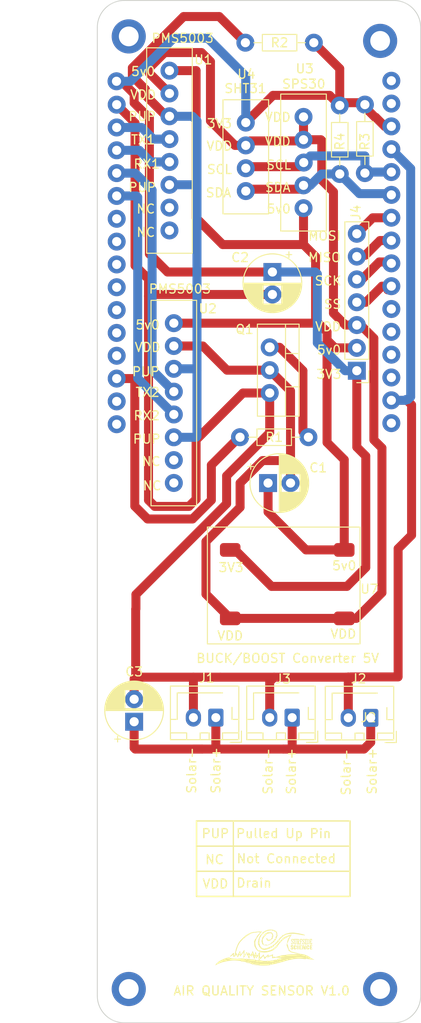
<source format=kicad_pcb>
(kicad_pcb (version 20211014) (generator pcbnew)
  (layers (0 "F.Cu" signal) (31 "B.Cu" signal) (34 "B.Paste" user) (35 "F.Paste" user) (36 "B.SilkS" user "B.Silkscreen") (37 "F.SilkS" user "F.Silkscreen") (38 "B.Mask" user) (39 "F.Mask" user) (44 "Edge.Cuts" user))
  (net 0 "")
  (net 1 "Net-(Q1-Pad1)")
  (net 2 "VDD2")
  (net 3 "GND")
  (net 12 "SCL")
  (net 16 "TX1")
  (net 17 "RX1")
  (net 18 "TX2")
  (net 19 "RX2")
  (net 25 "5V0")
  (net 26 "PULLUP_1")
  (net 31 "SDA")
  (net 32 "3V3")
  (net 33 "Solar_IN")
  (net 34 "SPI_SS")
  (net 35 "SPI_SCK")
  (net 36 "SPI_MISO")
  (net 37 "SPI_MOSI")
  (net 38 "VDD_EN")
  (footprint "Connector_JST:JST_XH_B2B-XH-AM_1x02_P2.50mm_Vertical" (layer "F.Cu") (at 238.95 104.825 180)
    (fp_text reference "J2" (at 0.25 0.025) (layer "F.SilkS"))
    (fp_text value "Conn_01x02_Male")
    (fp_text user "${REFERENCE}" (at 1.35 4.35) (layer "F.SilkS"))
    (pad "" np_thru_hole circle (at -1.6 2 180) (size 1.2 1.2) (drill 1.2) (layers *.Cu *.Mask))
    (pad "1" thru_hole roundrect (at 0 0 180) (size 1.7 2) (drill 1) (layers *.Cu *.Mask) (roundrect_rratio 0.1470588235) (net 33 "Solar_IN"))
    (pad "2" thru_hole oval (at 2.5 0 180) (size 1.7 2) (drill 1) (layers *.Cu *.Mask) (net 3 "GND"))
  )
  (footprint "Surfside Science:Buck_Boost_Converter" (layer "F.Cu") (at 230.92 93.76)
    (fp_text reference "U7" (at 7.88 -3.26 unlocked) (layer "F.SilkS"))
    (fp_text value "Buck/Boost_Converter")
    (pad "1" smd roundrect (at -7.62 -7.62) (size 2.286 1.524) (layers "F.Cu" "F.Paste" "F.Mask") (net 32 "3V3"))
    (pad "2" smd roundrect (at -7.62 0 180) (size 2.286 1.524) (layers "F.Cu" "F.Paste" "F.Mask") (net 2 "VDD2"))
    (pad "3" smd roundrect (at 5.08 -7.62 180) (size 2.286 1.524) (layers "F.Cu" "F.Paste" "F.Mask") (net 25 "5V0"))
    (pad "4" smd roundrect (at 5.08 0 180) (size 2.286 1.524) (layers "F.Cu" "F.Paste" "F.Mask") (net 2 "VDD2"))
  )
  (footprint "" (layer "F.Cu") (at 240 135)
    (fp_text reference "" (at 0 0) (layer "F.SilkS") (effects (font (size 1.27 1.27))))
    (fp_text value "" (at 0 0) (layer "F.SilkS") (effects (font (size 1.27 1.27))))
    (pad "1" thru_hole circle (at 0 0) (size 3.8 3.8) (drill 2.2) (layers *.Cu *.Mask))
  )
  (footprint "Surfside Science:PMS5003" (layer "F.Cu") (at 221.615 37.89 -90)
    (fp_text reference "U1" (at -6.29 1.315 unlocked) (layer "F.SilkS"))
    (fp_text value "PMS5003")
    (pad "1" thru_hole circle (at -5.08 5.08 90) (size 2 2) (drill 1.02) (layers *.Cu *.Mask) (net 25 "5V0"))
    (pad "2" thru_hole circle (at -2.54 5.08 90) (size 2 2) (drill 1.02) (layers *.Cu *.Mask) (net 2 "VDD2"))
    (pad "3" thru_hole circle (at 0 5.08 90) (size 2 2) (drill 1.02) (layers *.Cu *.Mask) (net 26 "PULLUP_1"))
    (pad "4" thru_hole circle (at 2.54 5.08 90) (size 2 2) (drill 1.02) (layers *.Cu *.Mask) (net 16 "TX1"))
    (pad "5" thru_hole circle (at 5.08 5.08 90) (size 2 2) (drill 1.02) (layers *.Cu *.Mask) (net 17 "RX1"))
    (pad "6" thru_hole circle (at 7.62 5.08 90) (size 2 2) (drill 1.02) (layers *.Cu *.Mask) (net 26 "PULLUP_1"))
    (pad "7" thru_hole circle (at 10.16 5.08 90) (size 2 2) (drill 1.02) (layers *.Cu *.Mask))
    (pad "8" thru_hole circle (at 12.7 5.08 90) (size 2 2) (drill 1.02) (layers *.Cu *.Mask))
  )
  (footprint "Surfside Science:surfside science logo" (layer "F.Cu") (at 221.180413 132.76517)
    (fp_text reference "REF**" hide)
    (fp_text value "surfside science logo")
    (fp_text user "AIR QUALITY SENSOR V1.0" (at 5.619587 2.43483 unlocked) (layer "F.SilkS"))
  )
  (footprint "Capacitor_THT:CP_Radial_D6.3mm_P2.50mm" (layer "F.Cu") (at 227.517621 78.7)
    (fp_text reference "C1" (at 5.582379 -1.7) (layer "F.SilkS"))
    (fp_text value "C_Polarized_US")
    (pad "1" thru_hole rect (at 0 0) (size 2 2) (drill 1.02) (layers *.Cu *.Mask) (net 25 "5V0"))
    (pad "2" thru_hole circle (at 2.5 0) (size 2 2) (drill 1.02) (layers *.Cu *.Mask) (net 2 "VDD2"))
  )
  (footprint "Resistor_THT:R_Axial_DIN0204_L3.6mm_D1.6mm_P7.62mm_Horizontal" (layer "F.Cu") (at 224.39 73.6)
    (fp_text reference "R1" (at 3.81 0) (layer "F.SilkS"))
    (fp_text value "1K")
    (pad "1" thru_hole circle (at 0 0) (size 2 2) (drill 1.02) (layers *.Cu *.Mask) (net 38 "VDD_EN"))
    (pad "2" thru_hole oval (at 7.62 0) (size 2 2) (drill 1.02) (layers *.Cu *.Mask) (net 1 "Net-(Q1-Pad1)"))
  )
  (footprint "Surfside Science:SHT31" (layer "F.Cu") (at 230.115 43.67 -90)
    (fp_text reference "U4" (at -10.47 5.015 unlocked) (layer "F.SilkS"))
    (fp_text value "SHT31")
    (pad "1" thru_hole circle (at -5.08 5.08 90) (size 2 2) (drill 1.02) (layers *.Cu *.Mask) (net 32 "3V3"))
    (pad "2" thru_hole circle (at -2.54 5.08 90) (size 2 2) (drill 1.02) (layers *.Cu *.Mask) (net 2 "VDD2"))
    (pad "3" thru_hole circle (at 0 5.08 90) (size 2 2) (drill 1.02) (layers *.Cu *.Mask) (net 12 "SCL"))
    (pad "4" thru_hole circle (at 2.54 5.08 90) (size 2 2) (drill 1.02) (layers *.Cu *.Mask) (net 31 "SDA"))
  )
  (footprint "Resistor_THT:R_Axial_DIN0204_L3.6mm_D1.6mm_P7.62mm_Horizontal" (layer "F.Cu") (at 235.5 36.69 -90)
    (fp_text reference "R4" (at 4.01 0 90) (layer "F.SilkS"))
    (fp_text value "10K")
    (pad "1" thru_hole circle (at 0 0 270) (size 2 2) (drill 1.02) (layers *.Cu *.Mask) (net 32 "3V3"))
    (pad "2" thru_hole oval (at 7.62 0 270) (size 2 2) (drill 1.02) (layers *.Cu *.Mask) (net 31 "SDA"))
  )
  (footprint "Package_TO_SOT_THT:TO-220-3_Vertical" (layer "F.Cu") (at 227.7 63.6 -90)
    (fp_text reference "Q1" (at -2 2.8) (layer "F.SilkS"))
    (fp_text value "IRLB8721PBF")
    (pad "1" thru_hole circle (at 0 0 270) (size 2 2) (drill 1.1) (layers *.Cu *.Mask) (net 1 "Net-(Q1-Pad1)"))
    (pad "2" thru_hole circle (at 2.54 0 270) (size 2 2) (drill 1.02) (layers *.Cu *.Mask) (net 2 "VDD2"))
    (pad "3" thru_hole circle (at 5.08 0 270) (size 2 2) (drill 1.02) (layers *.Cu *.Mask) (net 3 "GND"))
  )
  (footprint "Resistor_THT:R_Axial_DIN0204_L3.6mm_D1.6mm_P7.62mm_Horizontal" (layer "F.Cu") (at 238.3 44.21 90)
    (fp_text reference "R3" (at 3.5 -0.01 90) (layer "F.SilkS"))
    (fp_text value "10K")
    (pad "1" thru_hole circle (at 0 0 90) (size 2 2) (drill 1.02) (layers *.Cu *.Mask) (net 12 "SCL"))
    (pad "2" thru_hole oval (at 7.62 0 90) (size 2 2) (drill 1.02) (layers *.Cu *.Mask) (net 32 "3V3"))
  )
  (footprint "MountingHole:MountingHole_2.2mm_M2_DIN965_Pad" (layer "F.Cu") (at 212 29)
    (fp_text reference "REF**" hide)
    (fp_text value "MountingHole_2.2mm_M2_DIN965_Pad")
    (pad "1" thru_hole circle (at 0 0) (size 3.8 3.8) (drill 2.2) (layers *.Cu *.Mask))
  )
  (footprint "Connector_PinHeader_2.54mm:PinHeader_1x07_P2.54mm_Vertical" (layer "F.Cu") (at 237.4 66.2 180)
    (fp_text reference "J4" (at 0.1 17.6 90) (layer "F.SilkS"))
    (fp_text value "Conn_01x07_Male")
    (pad "1" thru_hole rect (at 0 0 180) (size 2 2) (drill 1.02) (layers *.Cu *.Mask) (net 32 "3V3"))
    (pad "2" thru_hole oval (at 0 2.54 180) (size 2 2) (drill 1.02) (layers *.Cu *.Mask) (net 25 "5V0"))
    (pad "3" thru_hole oval (at 0 5.08 180) (size 2 2) (drill 1.02) (layers *.Cu *.Mask) (net 2 "VDD2"))
    (pad "4" thru_hole oval (at 0 7.62 180) (size 2 2) (drill 1.02) (layers *.Cu *.Mask) (net 34 "SPI_SS"))
    (pad "5" thru_hole oval (at 0 10.16 180) (size 2 2) (drill 1.02) (layers *.Cu *.Mask) (net 35 "SPI_SCK"))
    (pad "6" thru_hole oval (at 0 12.7 180) (size 2 2) (drill 1.02) (layers *.Cu *.Mask) (net 36 "SPI_MISO"))
    (pad "7" thru_hole oval (at 0 15.24 180) (size 2 2) (drill 1.02) (layers *.Cu *.Mask) (net 37 "SPI_MOSI"))
  )
  (footprint "Capacitor_THT:CP_Radial_D6.3mm_P2.50mm" (layer "F.Cu") (at 212.6 105.25738 90)
    (fp_text reference "C3" (at 5.55738 0 180) (layer "F.SilkS"))
    (fp_text value "C_Polarized_US")
    (pad "1" thru_hole rect (at 0 0 90) (size 2 2) (drill 1.02) (layers *.Cu *.Mask) (net 33 "Solar_IN"))
    (pad "2" thru_hole circle (at 2.5 0 90) (size 2 2) (drill 1.02) (layers *.Cu *.Mask) (net 3 "GND"))
  )
  (footprint "Capacitor_THT:CP_Radial_D6.3mm_P2.50mm" (layer "F.Cu") (at 228 55.217621 -90)
    (fp_text reference "C2" (at -1.617621 3.6) (layer "F.SilkS"))
    (fp_text value "C_Polarized_US")
    (pad "1" thru_hole rect (at 0 0 270) (size 2 2) (drill 1.02) (layers *.Cu *.Mask) (net 32 "3V3"))
    (pad "2" thru_hole circle (at 2.5 0 270) (size 2 2) (drill 1.02) (layers *.Cu *.Mask) (net 3 "GND"))
  )
  (footprint "Surfside Science:ilygo-ttgo-t-sim7000g-esp32-wrover" (layer "F.Cu") (at 224.776998 74.214649)
    (fp_text reference "U6" hide)
    (fp_text value "lilygo-ttgo-t-sim7000g-esp32-wrover" hide)
    (pad "0" thru_hole circle (at 16.47 -9.8) (size 2 2) (drill 1.02) (layers *.Cu *.Mask))
    (pad "01" thru_hole circle (at 16.47 -40.28) (size 2 2) (drill 1.02) (layers *.Cu *.Mask))
    (pad "02" thru_hole circle (at -14.12 -14.76) (size 2 2) (drill 1.02) (layers *.Cu *.Mask))
    (pad "03" thru_hole circle (at 16.47 -37.74) (size 2 2) (drill 1.02) (layers *.Cu *.Mask))
    (pad "3V3" thru_hole circle (at -14.14 -40.22) (size 2 2) (drill 1.02) (layers *.Cu *.Mask) (net 32 "3V3"))
    (pad "3V3" thru_hole circle (at 16.47 -35.2) (size 2 2) (drill 1.02) (layers *.Cu *.Mask) (net 32 "3V3"))
    (pad "04" thru_hole circle (at -14.12 -17.3) (size 2 2) (drill 1.02) (layers *.Cu *.Mask))
    (pad "05" thru_hole circle (at 16.47 -17.42) (size 2 2) (drill 1.02) (layers *.Cu *.Mask) (net 34 "SPI_SS"))
    (pad "12" thru_hole circle (at -14.12 -4.6) (size 2 2) (drill 1.02) (layers *.Cu *.Mask))
    (pad "13" thru_hole circle (at -14.12 -7.14) (size 2 2) (drill 1.02) (layers *.Cu *.Mask) (net 38 "VDD_EN"))
    (pad "14" thru_hole circle (at -14.12 -9.68) (size 2 2) (drill 1.02) (layers *.Cu *.Mask))
    (pad "15" thru_hole circle (at -14.12 -12.22) (size 2 2) (drill 1.02) (layers *.Cu *.Mask))
    (pad "18" thru_hole circle (at 16.47 -19.96) (size 2 2) (drill 1.02) (layers *.Cu *.Mask) (net 35 "SPI_SCK"))
    (pad "19" thru_hole circle (at 16.47 -22.5) (size 2 2) (drill 1.02) (layers *.Cu *.Mask) (net 36 "SPI_MISO"))
    (pad "21" thru_hole circle (at 16.47 -27.58) (size 2 2) (drill 1.02) (layers *.Cu *.Mask) (net 31 "SDA"))
    (pad "22" thru_hole circle (at 16.47 -30.12) (size 2 2) (drill 1.02) (layers *.Cu *.Mask) (net 12 "SCL"))
    (pad "23" thru_hole circle (at 16.47 -25.04) (size 2 2) (drill 1.02) (layers *.Cu *.Mask) (net 37 "SPI_MOSI"))
    (pad "25" thru_hole circle (at -14.12 -24.92) (size 2 2) (drill 1.02) (layers *.Cu *.Mask))
    (pad "26" thru_hole circle (at -14.12 -22.38) (size 2 2) (drill 1.02) (layers *.Cu *.Mask))
    (pad "27" thru_hole circle (at -14.12 -19.84) (size 2 2) (drill 1.02) (layers *.Cu *.Mask))
    (pad "32" thru_hole circle (at -14.12 -35.08) (size 2 2) (drill 1.02) (layers *.Cu *.Mask) (net 16 "TX1"))
    (pad "33" thru_hole circle (at -14.12 -32.54) (size 2 2) (drill 1.02) (layers *.Cu *.Mask) (net 17 "RX1"))
    (pad "34" thru_hole circle (at -14.12 -30) (size 2 2) (drill 1.02) (layers *.Cu *.Mask) (net 18 "TX2"))
    (pad "35" thru_hole circle (at -14.12 -27.46) (size 2 2) (drill 1.02) (layers *.Cu *.Mask) (net 19 "RX2"))
    (pad "36" thru_hole circle (at 16.47 -12.34) (size 2 2) (drill 1.02) (layers *.Cu *.Mask))
    (pad "39" thru_hole circle (at 16.47 -14.88) (size 2 2) (drill 1.02) (layers *.Cu *.Mask))
    (pad "GND" thru_hole circle (at -14.12 -37.62) (size 2 2) (drill 1.02) (layers *.Cu *.Mask) (net 3 "GND"))
    (pad "GND" thru_hole circle (at 16.47 -32.66) (size 2 2) (drill 1.02) (layers *.Cu *.Mask) (net 3 "GND"))
    (pad "GND" thru_hole circle (at 16.47 -4.72) (size 2 2) (drill 1.02) (layers *.Cu *.Mask) (net 3 "GND"))
    (pad "RST" thru_hole circle (at 16.47 -7.26) (size 2 2) (drill 1.02) (layers *.Cu *.Mask))
    (pad "VBAT" thru_hole circle (at -14.12 -2.06) (size 2 2) (drill 1.02) (layers *.Cu *.Mask))
    (pad "VIN" thru_hole circle (at 16.47 -2.18) (size 2 2) (drill 1.02) (layers *.Cu *.Mask))
  )
  (footprint "Resistor_THT:R_Axial_DIN0204_L3.6mm_D1.6mm_P7.62mm_Horizontal" (layer "F.Cu") (at 224.99 29.7)
    (fp_text reference "R2" (at 3.8 0) (layer "F.SilkS"))
    (fp_text value "10K")
    (pad "1" thru_hole circle (at 0 0) (size 2 2) (drill 1.02) (layers *.Cu *.Mask) (net 26 "PULLUP_1"))
    (pad "2" thru_hole oval (at 7.62 0) (size 2 2) (drill 1.02) (layers *.Cu *.Mask) (net 32 "3V3"))
  )
  (footprint "Surfside Science:PMS5003" (layer "F.Cu") (at 222.1 65.99 -90)
    (fp_text reference "U2" (at -6.69 1.3 unlocked) (layer "F.SilkS"))
    (fp_text value "PMS5003")
    (pad "1" thru_hole circle (at -5.08 5.08 90) (size 2 2) (drill 1.02) (layers *.Cu *.Mask) (net 25 "5V0"))
    (pad "2" thru_hole circle (at -2.54 5.08 90) (size 2 2) (drill 1.02) (layers *.Cu *.Mask) (net 2 "VDD2"))
    (pad "3" thru_hole circle (at 0 5.08 90) (size 2 2) (drill 1.02) (layers *.Cu *.Mask) (net 26 "PULLUP_1"))
    (pad "4" thru_hole circle (at 2.54 5.08 90) (size 2 2) (drill 1.02) (layers *.Cu *.Mask) (net 18 "TX2"))
    (pad "5" thru_hole circle (at 5.08 5.08 90) (size 2 2) (drill 1.02) (layers *.Cu *.Mask) (net 19 "RX2"))
    (pad "6" thru_hole circle (at 7.62 5.08 90) (size 2 2) (drill 1.02) (layers *.Cu *.Mask) (net 26 "PULLUP_1"))
    (pad "7" thru_hole circle (at 10.16 5.08 90) (size 2 2) (drill 1.02) (layers *.Cu *.Mask))
    (pad "8" thru_hole circle (at 12.7 5.08 90) (size 2 2) (drill 1.02) (layers *.Cu *.Mask))
  )
  (footprint "" (layer "F.Cu") (at 240 29.5)
    (fp_text reference "" (at 0 0) (layer "F.SilkS") (effects (font (size 1.27 1.27))))
    (fp_text value "" (at 0 0) (layer "F.SilkS") (effects (font (size 1.27 1.27))))
    (pad "1" thru_hole circle (at 0 0) (size 3.8 3.8) (drill 2.2) (layers *.Cu *.Mask))
  )
  (footprint "" (layer "F.Cu") (at 212 135)
    (fp_text reference "" (at 0 0) (layer "F.SilkS") (effects (font (size 1.27 1.27))))
    (fp_text value "" (at 0 0) (layer "F.SilkS") (effects (font (size 1.27 1.27))))
    (pad "1" thru_hole circle (at 0 0) (size 3.8 3.8) (drill 2.2) (layers *.Cu *.Mask))
  )
  (footprint "Connector_JST:JST_XH_B2B-XH-AM_1x02_P2.50mm_Vertical" (layer "F.Cu") (at 221.7 104.8 180)
    (fp_text reference "J1" (at 1 4.4) (layer "F.SilkS"))
    (fp_text value "Conn_01x02_Male")
    (pad "" np_thru_hole circle (at -1.6 2 180) (size 1.2 1.2) (drill 1.2) (layers *.Cu *.Mask))
    (pad "1" thru_hole roundrect (at 0 0 180) (size 1.7 2) (drill 1) (layers *.Cu *.Mask) (roundrect_rratio 0.1470588235) (net 33 "Solar_IN"))
    (pad "2" thru_hole oval (at 2.5 0 180) (size 1.7 2) (drill 1) (layers *.Cu *.Mask) (net 3 "GND"))
  )
  (footprint "Surfside Science:SPS30" (layer "F.Cu") (at 226.385 45.577024 90)
    (fp_text reference "U3" (at 12.977024 5.215 unlocked) (layer "F.SilkS"))
    (fp_text value "SPS30")
    (pad "1" thru_hole circle (at -2.54 5.08 270) (size 2 2) (drill 1.02) (layers *.Cu *.Mask) (net 25 "5V0"))
    (pad "2" thru_hole circle (at 0 5.08 270) (size 2 2) (drill 1.02) (layers *.Cu *.Mask) (net 31 "SDA"))
    (pad "3" thru_hole circle (at 2.538512 5.101512 270) (size 2 2) (drill 1.02) (layers *.Cu *.Mask) (net 12 "SCL"))
    (pad "4" thru_hole circle (at 5.077024 5.079999 270) (size 2 2) (drill 1.02) (layers *.Cu *.Mask) (net 2 "VDD2"))
    (pad "5" thru_hole circle (at 7.615536 5.079999 270) (size 2 2) (drill 1.02) (layers *.Cu *.Mask) (net 2 "VDD2"))
  )
  (footprint "Connector_JST:JST_XH_B2B-XH-AM_1x02_P2.50mm_Vertical" (layer "F.Cu") (at 230.2 104.8 180)
    (fp_text reference "J3" (at 1 4.3) (layer "F.SilkS"))
    (fp_text value "Conn_01x02_Male")
    (pad "" np_thru_hole circle (at -1.6 2 180) (size 1.2 1.2) (drill 1.2) (layers *.Cu *.Mask))
    (pad "1" thru_hole roundrect (at 0 0 180) (size 1.7 2) (drill 1) (layers *.Cu *.Mask) (roundrect_rratio 0.1470588235) (net 33 "Solar_IN"))
    (pad "2" thru_hole oval (at 2.5 0 180) (size 1.7 2) (drill 1) (layers *.Cu *.Mask) (net 3 "GND"))
  )
  (gr_rect (start 219.55 124.7) (end 223.65 116.3) (layer "F.SilkS") (width 0.15) (fill none))
  (gr_rect (start 219.55 119.1) (end 236.65 121.9) (layer "F.SilkS") (width 0.15) (fill none))
  (gr_rect (start 219.55 124.7) (end 236.65 116.3) (layer "F.SilkS") (width 0.15) (fill none))
  (gr_rect (start 219.55 121.9) (end 236.65 124.7) (layer "F.SilkS") (width 0.15) (fill none))
  (gr_rect (start 219.55 116.3) (end 236.65 119.1) (layer "F.SilkS") (width 0.15) (fill none))
  (gr_arc (start 241.51 25) (mid 243.63132 25.87868) (end 244.51 28) (layer "Edge.Cuts") (width 0.1))
  (gr_arc (start 211.5 138.76) (mid 209.37868 137.88132) (end 208.5 135.76) (layer "Edge.Cuts") (width 0.1))
  (gr_arc (start 244.51 135.76) (mid 243.63132 137.88132) (end 241.51 138.76) (layer "Edge.Cuts") (width 0.1))
  (gr_line (start 241.51 138.76) (end 211.5 138.76) (layer "Edge.Cuts") (width 0.1))
  (gr_line (start 208.5 135.76) (end 208.5 28) (layer "Edge.Cuts") (width 0.1))
  (gr_line (start 211.5 25) (end 241.51 25) (layer "Edge.Cuts") (width 0.1))
  (gr_arc (start 208.5 28) (mid 209.37868 25.87868) (end 211.5 25) (layer "Edge.Cuts") (width 0.1))
  (gr_line (start 244.51 28) (end 244.51 135.76) (layer "Edge.Cuts") (width 0.1))
  (gr_text "VDD" (at 223.3 95.7) (layer "F.SilkS") (effects (font (size 1 1))))
  (gr_text "PUP\n" (at 213.9 66.3) (layer "F.SilkS") (effects (font (size 1 1))))
  (gr_text "PUP\n" (at 213.5 45.8) (layer "F.SilkS") (effects (font (size 1 1))))
  (gr_text "SCK" (at 234.2 56.2) (layer "F.SilkS") (effects (font (size 1 1))))
  (gr_text "Solar+" (at 230.1 110.775 90) (layer "F.SilkS") (effects (font (size 1 1))))
  (gr_text "VDD\n" (at 234.2 61.3) (layer "F.SilkS") (effects (font (size 1 1))))
  (gr_text "SDA" (at 222 46.4) (layer "F.SilkS") (effects (font (size 1 1))))
  (gr_text "TX2" (at 214.1 68.6) (layer "F.SilkS") (effects (font (size 1 1))))
  (gr_text "SDA" (at 228.6 45.8) (layer "F.SilkS") (effects (font (size 1 1))))
  (gr_text "3V3" (at 223.4 88.1) (layer "F.SilkS") (effects (font (size 1 1))))
  (gr_text "Pulled Up Pin\n" (at 229.25 117.7) (layer "F.SilkS") (effects (font (size 1 1))))
  (gr_text "NC" (at 213.9 50.8) (layer "F.SilkS") (effects (font (size 1 1))))
  (gr_text "5v0" (at 214.1 61.1) (layer "F.SilkS") (effects (font (size 1 1))))
  (gr_text "RX2" (at 214 71.2) (layer "F.SilkS") (effects (font (size 1 1))))
  (gr_text "5v0" (at 213.6 32.9) (layer "F.SilkS") (effects (font (size 1 1))))
  (gr_text "5v0" (at 236 87.9) (layer "F.SilkS") (effects (font (size 1 1))))
  (gr_text "MOSI" (at 233.8 51.2) (layer "F.SilkS") (effects (font (size 1 1))))
  (gr_text "PUP\n" (at 214 73.8) (layer "F.SilkS") (effects (font (size 1 1))))
  (gr_text "VDD" (at 214.1 63.6) (layer "F.SilkS") (effects (font (size 1 1))))
  (gr_text "5v0" (at 234.3 63.9) (layer "F.SilkS") (effects (font (size 1 1))))
  (gr_text "Solar-" (at 219 110.675 90) (layer "F.SilkS") (effects (font (size 1 1))))
  (gr_text "Drain" (at 225.95 123.2) (layer "F.SilkS") (effects (font (size 1 1))))
  (gr_text "VDD" (at 235.9 95.5) (layer "F.SilkS") (effects (font (size 1 1))))
  (gr_text "NC" (at 214.5 76.3) (layer "F.SilkS") (effects (font (size 1 1))))
  (gr_text "TX1" (at 213.6 40.5) (layer "F.SilkS") (effects (font (size 1 1))))
  (gr_text "PMS5003\n" (at 218 29.2) (layer "F.SilkS") (effects (font (size 1 1))))
  (gr_text "Not Connected" (at 229.55 120.5) (layer "F.SilkS") (effects (font (size 1 1))))
  (gr_text "Solar+" (at 239.1 110.775 90) (layer "F.SilkS") (effects (font (size 1 1))))
  (gr_text "SS" (at 234.7 58.8) (layer "F.SilkS") (effects (font (size 1 1))))
  (gr_text "NC" (at 213.9 48.2) (layer "F.SilkS") (effects (font (size 1 1))))
  (gr_text "Solar-" (at 227.5 110.775 90) (layer "F.SilkS") (effects (font (size 1 1))))
  (gr_text "VDD\n" (at 228.6 40.7) (layer "F.SilkS") (effects (font (size 1 1))))
  (gr_text "VDD" (at 221.65 123.3) (layer "F.SilkS") (effects (font (size 1 1))))
  (gr_text "SCL" (at 228.7 43.3) (layer "F.SilkS") (effects (font (size 1 1))))
  (gr_text "BUCK/BOOST Converter 5V" (at 229.7 98.2) (layer "F.SilkS") (effects (font (size 1 1))))
  (gr_text "VDD" (at 222.1 41.2) (layer "F.SilkS") (effects (font (size 1 1))))
  (gr_text "5v0" (at 228.7 48.2) (layer "F.SilkS") (effects (font (size 1 1))))
  (gr_text "PUP\n" (at 213.5 37.9) (layer "F.SilkS") (effects (font (size 1 1))))
  (gr_text "RX1" (at 214 43.2) (layer "F.SilkS") (effects (font (size 1 1))))
  (gr_text "SPS30" (at 231.5 34.3) (layer "F.SilkS") (effects (font (size 1 1))))
  (gr_text "Solar+" (at 221.7 110.675 90) (layer "F.SilkS") (effects (font (size 1 1))))
  (gr_text "NC\n" (at 221.55 120.6) (layer "F.SilkS") (effects (font (size 1 1))))
  (gr_text "VDD" (at 213.6 35.5) (layer "F.SilkS") (effects (font (size 1 1))))
  (gr_text "NC" (at 214.6 79) (layer "F.SilkS") (effects (font (size 1 1))))
  (gr_text "SCL" (at 222.1 43.8) (layer "F.SilkS") (effects (font (size 1 1))))
  (gr_text "Solar-" (at 236.2 110.875 90) (layer "F.SilkS") (effects (font (size 1 1))))
  (gr_text "VDD\n" (at 228.6 38) (layer "F.SilkS") (effects (font (size 1 1))))
  (gr_text "3V3" (at 222.1 38.7) (layer "F.SilkS") (effects (font (size 1 1))))
  (gr_text "SHT31\n" (at 225 34.8) (layer "F.SilkS") (effects (font (size 1 1))))
  (gr_text "PUP\n" (at 221.65 117.7) (layer "F.SilkS") (effects (font (size 1 1))))
  (gr_text "PMS5003\n" (at 217.7 57.1) (layer "F.SilkS") (effects (font (size 1 1))))
  (gr_text "MISO" (at 233.8 53.6) (layer "F.SilkS") (effects (font (size 1 1))))
  (gr_text "3V3" (at 234.3 66.6) (layer "F.SilkS") (effects (font (size 1 1))))
  (segment (start 232.01 73.6) (end 231.4 72.99) (width 1) (layer "F.Cu") (net 1))
  (segment (start 228.8 63.6) (end 227.7 63.6) (width 1) (layer "F.Cu") (net 1))
  (segment (start 232.5 73.595) (end 232.385 73.595) (width 1) (layer "F.Cu") (net 1))
  (segment (start 231.4 72.99) (end 231.4 66.2) (width 1) (layer "F.Cu") (net 1))
  (segment (start 232.385 73.595) (end 232.2 73.41) (width 1) (layer "F.Cu") (net 1))
  (segment (start 231.4 66.2) (end 228.8 63.6) (width 1) (layer "F.Cu") (net 1))
  (segment (start 231.464999 40.5) (end 231.334999 40.63) (width 1) (layer "F.Cu") (net 2))
  (segment (start 226.9 76.2) (end 224.4 78.7) (width 1) (layer "F.Cu") (net 2))
  (segment (start 216 30.8) (end 214.3 32.5) (width 1) (layer "F.Cu") (net 2))
  (segment (start 220.1 30.8) (end 216 30.8) (width 1) (layer "F.Cu") (net 2))
  (segment (start 225.035 41.13) (end 223.83 41.13) (width 1) (layer "F.Cu") (net 2))
  (segment (start 220.6 91.06) (end 223.3 93.76) (width 1) (layer "F.Cu") (net 2))
  (segment (start 222.94 66.14) (end 220.25 63.45) (width 1) (layer "F.Cu") (net 2))
  (segment (start 236.12 61.12) (end 234.8 59.8) (width 1) (layer "F.Cu") (net 2))
  (segment (start 231.464999 40.5) (end 231.464999 37.961488) (width 1) (layer "F.Cu") (net 2))
  (segment (start 234.8 59.8) (end 234.8 46.3) (width 1) (layer "F.Cu") (net 2))
  (segment (start 233.4 40.5) (end 231.464999 40.5) (width 1) (layer "F.Cu") (net 2))
  (segment (start 221.1 38.4) (end 221.1 31.8) (width 1) (layer "F.Cu") (net 2))
  (segment (start 237.4 61.12) (end 236.12 61.12) (width 1) (layer "F.Cu") (net 2))
  (segment (start 216.55 35.35) (end 217.035 35.35) (width 1) (layer "F.Cu") (net 2))
  (segment (start 221.1 31.8) (end 220.1 30.8) (width 1) (layer "F.Cu") (net 2))
  (segment (start 217.02 63.45) (end 217.02 63.515126) (width 1) (layer "F.Cu") (net 2))
  (segment (start 214.3 32.5) (end 214.3 33.1) (width 1) (layer "F.Cu") (net 2))
  (segment (start 236 93.76) (end 237.34 93.76) (width 1) (layer "F.Cu") (net 2))
  (segment (start 230.017621 78.7) (end 230.017621 68.457621) (width 1) (layer "F.Cu") (net 2))
  (segment (start 230.017621 78.7) (end 230.017621 77.117621) (width 1) (layer "F.Cu") (net 2))
  (segment (start 239.3 73.8) (end 239.3 62.592234) (width 1) (layer "F.Cu") (net 2))
  (segment (start 239.3 62.592234) (end 237.827766 61.12) (width 1) (layer "F.Cu") (net 2))
  (segment (start 237.827766 61.12) (end 237.4 61.12) (width 1) (layer "F.Cu") (net 2))
  (segment (start 227.7 66.14) (end 222.94 66.14) (width 1) (layer "F.Cu") (net 2))
  (segment (start 231.334999 40.63) (end 225.535 40.63) (width 1) (layer "F.Cu") (net 2))
  (segment (start 220.25 63.45) (end 217.02 63.45) (width 1) (layer "F.Cu") (net 2))
  (segment (start 220.6 85.2) (end 220.6 91.06) (width 1) (layer "F.Cu") (net 2))
  (segment (start 224.4 78.7) (end 224.4 81.4) (width 1) (layer "F.Cu") (net 2))
  (segment (start 233.5 40.6) (end 233.4 40.5) (width 1) (layer "F.Cu") (net 2))
  (segment (start 230.017621 77.117621) (end 229.1 76.2) (width 1) (layer "F.Cu") (net 2))
  (segment (start 223.3 93.76) (end 236 93.76) (width 1) (layer "F.Cu") (net 2))
  (segment (start 233.5 45) (end 233.5 40.6) (width 1) (layer "F.Cu") (net 2))
  (segment (start 234.8 46.3) (end 233.5 45) (width 1) (layer "F.Cu") (net 2))
  (segment (start 240.2 74.8) (end 239.3 73.9) (width 1) (layer "F.Cu") (net 2))
  (segment (start 229.1 76.2) (end 226.9 76.2) (width 1) (layer "F.Cu") (net 2))
  (segment (start 214.3 33.1) (end 216.55 35.35) (width 1) (layer "F.Cu") (net 2))
  (segment (start 223.83 41.13) (end 221.1 38.4) (width 1) (layer "F.Cu") (net 2))
  (segment (start 224.4 81.4) (end 220.6 85.2) (width 1) (layer "F.Cu") (net 2))
  (segment (start 225.535 40.63) (end 225.035 41.13) (width 1) (layer "F.Cu") (net 2))
  (segment (start 240.2 90.9) (end 240.2 74.8) (width 1) (layer "F.Cu") (net 2))
  (segment (start 230.017621 68.457621) (end 227.7 66.14) (width 1) (layer "F.Cu") (net 2))
  (segment (start 237.34 93.76) (end 240.2 90.9) (width 1) (layer "F.Cu") (net 2))
  (segment (start 210.656998 36.594649) (end 212.7 38.637651) (width 1) (layer "F.Cu") (net 3))
  (segment (start 219.5 80.5) (end 219.5 73.9) (width 1) (layer "F.Cu") (net 3))
  (segment (start 214.2 80.6) (end 214.9 81.3) (width 1) (layer "F.Cu") (net 3))
  (segment (start 214.2 56) (end 214.2 57.9) (width 1) (layer "F.Cu") (net 3))
  (segment (start 219.2 104.8) (end 219.2 100.3) (width 1) (layer "F.Cu") (net 3))
  (segment (start 222.2 100.3) (end 228.2 100.3) (width 1) (layer "F.Cu") (net 3))
  (segment (start 241.246998 69.494649) (end 243 69.494649) (width 1) (layer "F.Cu") (net 3))
  (segment (start 219.2 100.3) (end 222.2 100.3) (width 1) (layer "F.Cu") (net 3))
  (segment (start 227.7 104.8) (end 227.7 100.8) (width 1) (layer "F.Cu") (net 3))
  (segment (start 212.775 100.3) (end 219.2 100.3) (width 1) (layer "F.Cu") (net 3))
  (segment (start 214.2 57.9) (end 214.2 80.6) (width 1) (layer "F.Cu") (net 3))
  (segment (start 227.7 73.1) (end 227.7 68.68) (width 1) (layer "F.Cu") (net 3))
  (segment (start 212.7 38.637651) (end 212.7 54.5) (width 1) (layer "F.Cu") (net 3))
  (segment (start 212.8 92.7) (end 212.8 91.1) (width 1) (layer "F.Cu") (net 3))
  (segment (start 243 69.494649) (end 243.5 69.994649) (width 1) (layer "F.Cu") (net 3))
  (segment (start 242 86) (end 242 100.2) (width 1) (layer "F.Cu") (net 3))
  (segment (start 236.2 100.3) (end 236.45 100.55) (width 1) (layer "F.Cu") (net 3))
  (segment (start 214.382379 57.717621) (end 214.2 57.9) (width 1) (layer "F.Cu") (net 3))
  (segment (start 243.5 69.994649) (end 243.5 84.5) (width 1) (layer "F.Cu") (net 3))
  (segment (start 212.6 102.75738) (end 212.6 100.475) (width 1) (layer "F.Cu") (net 3))
  (segment (start 212.6 100.475) (end 212.775 100.3) (width 1) (layer "F.Cu") (net 3))
  (segment (start 228 57.717621) (end 214.382379 57.717621) (width 1) (layer "F.Cu") (net 3))
  (segment (start 219.5 73.9) (end 224.72 68.68) (width 1) (layer "F.Cu") (net 3))
  (segment (start 218.7 81.3) (end 219.5 80.5) (width 1) (layer "F.Cu") (net 3))
  (segment (start 222.9 77.9) (end 227.7 73.1) (width 1) (layer "F.Cu") (net 3))
  (segment (start 236.45 100.55) (end 236.45 101.05) (width 1) (layer "F.Cu") (net 3))
  (segment (start 212.8 91.1) (end 222.9 81) (width 1) (layer "F.Cu") (net 3))
  (segment (start 228.2 100.3) (end 236.2 100.3) (width 1) (layer "F.Cu") (net 3))
  (segment (start 236.45 101.05) (end 236.45 100.275) (width 1) (layer "F.Cu") (net 3))
  (segment (start 212.7 102.95738) (end 212.6 102.85738) (width 1) (layer "F.Cu") (net 3))
  (segment (start 212.775 92.725) (end 212.8 92.7) (width 1) (layer "F.Cu") (net 3))
  (segment (start 214.9 81.3) (end 218.7 81.3) (width 1) (layer "F.Cu") (net 3))
  (segment (start 227.7 100.8) (end 228.2 100.3) (width 1) (layer "F.Cu") (net 3))
  (segment (start 222.9 81) (end 222.9 77.9) (width 1) (layer "F.Cu") (net 3))
  (segment (start 236.7 100.275) (end 242 100.275) (width 1) (layer "F.Cu") (net 3))
  (segment (start 236.382379 104.892621) (end 236.45 104.825) (width 1) (layer "F.Cu") (net 3))
  (segment (start 224.72 68.68) (end 227.7 68.68) (width 1) (layer "F.Cu") (net 3))
  (segment (start 212.6 102.85738) (end 212.6 102.75738) (width 1) (layer "F.Cu") (net 3))
  (segment (start 236.45 101.05) (end 236.45 104.825) (width 1) (layer "F.Cu") (net 3))
  (segment (start 212.775 100.3) (end 212.775 92.725) (width 1) (layer "F.Cu") (net 3))
  (segment (start 212.7 54.5) (end 214.2 56) (width 1) (layer "F.Cu") (net 3))
  (segment (start 243.5 84.5) (end 242 86) (width 1) (layer "F.Cu") (net 3))
  (segment (start 243.4 43.707651) (end 243.4 69.1) (width 1) (layer "B.Cu") (net 3))
  (segment (start 243.4 69.1) (end 243.1 69.4) (width 1) (layer "B.Cu") (net 3))
  (segment (start 242.805351 69.494649) (end 241.246998 69.494649) (width 1) (layer "B.Cu") (net 3))
  (segment (start 241.246998 41.554649) (end 243.4 43.707651) (width 1) (layer "B.Cu") (net 3))
  (segment (start 243.1 69.4) (end 242.9 69.4) (width 1) (layer "B.Cu") (net 3))
  (segment (start 242.9 69.4) (end 242.805351 69.494649) (width 1) (layer "B.Cu") (net 3))
  (segment (start 231.025024 43.5) (end 231.486512 43.038512) (width 1) (layer "F.Cu") (net 12))
  (segment (start 241.152349 44) (end 241.246998 44.094649) (width 1) (layer "F.Cu") (net 12))
  (segment (start 225.205 43.5) (end 231.025024 43.5) (width 1) (layer "F.Cu") (net 12))
  (segment (start 225.035 43.67) (end 225.205 43.5) (width 1) (layer "F.Cu") (net 12))
  (segment (start 238.3 44.21) (end 238.415351 44.094649) (width 1) (layer "B.Cu") (net 12))
  (segment (start 232.225024 42.3) (end 238.3 42.3) (width 1) (layer "B.Cu") (net 12))
  (segment (start 238.415351 44.094649) (end 241.246998 44.094649) (width 1) (layer "B.Cu") (net 12))
  (segment (start 231.021513 43.038512) (end 231.486512 43.038512) (width 1) (layer "B.Cu") (net 12))
  (segment (start 238.3 42.3) (end 238.3 44.21) (width 1) (layer "B.Cu") (net 12))
  (segment (start 231.486512 43.038512) (end 232.225024 42.3) (width 1) (layer "B.Cu") (net 12))
  (segment (start 213.434649 39.134649) (end 210.656998 39.134649) (width 1) (layer "B.Cu") (net 16))
  (segment (start 214.73 40.43) (end 213.434649 39.134649) (width 1) (layer "B.Cu") (net 16))
  (segment (start 216.535 40.43) (end 214.73 40.43) (width 1) (layer "B.Cu") (net 16))
  (segment (start 214.47 42.97) (end 213.174649 41.674649) (width 1) (layer "B.Cu") (net 17))
  (segment (start 216.535 42.97) (end 214.47 42.97) (width 1) (layer "B.Cu") (net 17))
  (segment (start 213.174649 41.674649) (end 210.656998 41.674649) (width 1) (layer "B.Cu") (net 17))
  (segment (start 214.6 46.1) (end 214.6 66.11) (width 1) (layer "B.Cu") (net 18))
  (segment (start 212.714649 44.214649) (end 214.6 46.1) (width 1) (layer "B.Cu") (net 18))
  (segment (start 214.6 66.11) (end 217.02 68.53) (width 1) (layer "B.Cu") (net 18))
  (segment (start 210.656998 44.214649) (end 212.714649 44.214649) (width 1) (layer "B.Cu") (net 18))
  (segment (start 213 67.05) (end 213 46.9) (width 1) (layer "B.Cu") (net 19))
  (segment (start 212.854649 46.754649) (end 210.656998 46.754649) (width 1) (layer "B.Cu") (net 19))
  (segment (start 217.02 71.07) (end 213 67.05) (width 1) (layer "B.Cu") (net 19))
  (segment (start 213 46.9) (end 212.854649 46.754649) (width 1) (layer "B.Cu") (net 19))
  (segment (start 222.465 52.165) (end 219.5 49.2) (width 1) (layer "F.Cu") (net 25))
  (segment (start 234.085 74.185) (end 234.085 62.785) (width 1) (layer "F.Cu") (net 25))
  (segment (start 219.5 32.8) (end 219.49 32.81) (width 1) (layer "F.Cu") (net 25))
  (segment (start 236 86.14) (end 231.74 86.14) (width 1) (layer "F.Cu") (net 25))
  (segment (start 232.81 60.91) (end 232.81 53.51) (width 1) (layer "F.Cu") (net 25))
  (segment (start 234.085 62.785) (end 234.085 61.885) (width 1) (layer "F.Cu") (net 25))
  (segment (start 234.96 63.66) (end 234.085 62.785) (width 1) (layer "F.Cu") (net 25))
  (segment (start 232.81 53.51) (end 231.465 52.165) (width 1) (layer "F.Cu") (net 25))
  (segment (start 232.81 60.91) (end 217.02 60.91) (width 1) (layer "F.Cu") (net 25))
  (segment (start 236 76.1) (end 234.085 74.185) (width 1) (layer "F.Cu") (net 25))
  (segment (start 219.49 32.81) (end 216.535 32.81) (width 1) (layer "F.Cu") (net 25))
  (segment (start 231.465 52.165) (end 231.465 48.117024) (width 1) (layer "F.Cu") (net 25))
  (segment (start 219.5 49.2) (end 219.5 32.8) (width 1) (layer "F.Cu") (net 25))
  (segment (start 231.74 86.14) (end 227.517621 81.917621) (width 1) (layer "F.Cu") (net 25))
  (segment (start 237.4 63.66) (end 234.96 63.66) (width 1) (layer "F.Cu") (net 25))
  (segment (start 227.517621 81.917621) (end 227.517621 78.7) (width 1) (layer "F.Cu") (net 25))
  (segment (start 236 86.14) (end 236 76.1) (width 1) (layer "F.Cu") (net 25))
  (segment (start 234.085 61.885) (end 232.9 60.7) (width 1) (layer "F.Cu") (net 25))
  (segment (start 227.517621 78.7) (end 227.1 78.7) (width 1) (layer "F.Cu") (net 25))
  (segment (start 231.465 52.165) (end 222.465 52.165) (width 1) (layer "F.Cu") (net 25))
  (segment (start 212.4 33.432234) (end 213.85 34.882234) (width 1) (layer "F.Cu") (net 26))
  (segment (start 218.11 26.79) (end 212.4 32.5) (width 1) (layer "F.Cu") (net 26))
  (segment (start 224.99 29.7) (end 222.08 26.79) (width 1) (layer "F.Cu") (net 26))
  (segment (start 212.4 32.5) (end 212.4 33.432234) (width 1) (layer "F.Cu") (net 26))
  (segment (start 222.08 26.79) (end 218.11 26.79) (width 1) (layer "F.Cu") (net 26))
  (segment (start 213.85 34.882234) (end 213.85 35.55) (width 1) (layer "F.Cu") (net 26))
  (segment (start 213.85 35.55) (end 216.19 37.89) (width 1) (layer "F.Cu") (net 26))
  (segment (start 216.19 37.89) (end 216.535 37.89) (width 1) (layer "F.Cu") (net 26))
  (segment (start 216.535 37.89) (end 217.035 37.89) (width 1) (layer "F.Cu") (net 26))
  (segment (start 219.29 45.51) (end 216.535 45.51) (width 1) (layer "B.Cu") (net 26))
  (segment (start 219.39 65.99) (end 217.02 65.99) (width 1) (layer "B.Cu") (net 26))
  (segment (start 219.6 38.4) (end 219.6 45.2) (width 1) (layer "B.Cu") (net 26))
  (segment (start 217.02 73.61) (end 219.49 73.61) (width 1) (layer "B.Cu") (net 26))
  (segment (start 219.6 73.5) (end 219.6 66.2) (width 1) (layer "B.Cu") (net 26))
  (segment (start 216.535 37.89) (end 219.09 37.89) (width 1) (layer "B.Cu") (net 26))
  (segment (start 219.09 37.89) (end 219.6 38.4) (width 1) (layer "B.Cu") (net 26))
  (segment (start 219.49 73.61) (end 219.6 73.5) (width 1) (layer "B.Cu") (net 26))
  (segment (start 219.6 66.2) (end 219.39 65.99) (width 1) (layer "B.Cu") (net 26))
  (segment (start 219.6 66.2) (end 219.6 45.2) (width 1) (layer "B.Cu") (net 26))
  (segment (start 219.6 45.2) (end 219.29 45.51) (width 1) (layer "B.Cu") (net 26))
  (segment (start 240.881647 47) (end 241.246998 46.634649) (width 1) (layer "F.Cu") (net 31))
  (segment (start 231.042024 46) (end 231.465 45.577024) (width 1) (layer "F.Cu") (net 31))
  (segment (start 224.535 46.21) (end 225.035 46.21) (width 1) (layer "F.Cu") (net 31))
  (segment (start 225.035 46.21) (end 225.245 46) (width 1) (layer "F.Cu") (net 31))
  (segment (start 225.245 46) (end 231.042024 46) (width 1) (layer "F.Cu") (net 31))
  (segment (start 237.69 46.5) (end 235.5 44.31) (width 1) (layer "B.Cu") (net 31))
  (segment (start 241.112349 46.5) (end 237.69 46.5) (width 1) (layer "B.Cu") (net 31))
  (segment (start 233.49 44.31) (end 235.5 44.31) (width 1) (layer "B.Cu") (net 31))
  (segment (start 241.246998 46.634649) (end 241.112349 46.5) (width 1) (layer "B.Cu") (net 31))
  (segment (start 232.222976 45.577024) (end 233.49 44.31) (width 1) (layer "B.Cu") (net 31))
  (segment (start 231.000001 45.577024) (end 232.222976 45.577024) (width 1) (layer "B.Cu") (net 31))
  (segment (start 227.9 90.2) (end 236.3 90.2) (width 1) (layer "F.Cu") (net 32))
  (segment (start 239.43 38) (end 237.81 36.38) (width 1) (layer "F.Cu") (net 32))
  (segment (start 235.19 36.38) (end 234.37 35.56) (width 1) (layer "F.Cu") (net 32))
  (segment (start 239.5 38) (end 239.43 38) (width 1) (layer "F.Cu") (net 32))
  (segment (start 236.3 90.2) (end 238.4 88.1) (width 1) (layer "F.Cu") (net 32))
  (segment (start 235.5 32.59) (end 232.61 29.7) (width 1) (layer "F.Cu") (net 32))
  (segment (start 238.4 75.7) (end 237.4 74.7) (width 1) (layer "F.Cu") (net 32))
  (segment (start 228 55.217621) (end 216.317621 55.217621) (width 1) (layer "F.Cu") (net 32))
  (segment (start 238.4 88.1) (end 238.4 75.7) (width 1) (layer "F.Cu") (net 32))
  (segment (start 237.4 74.7) (end 237.4 66.2) (width 1) (layer "F.Cu") (net 32))
  (segment (start 223.3 86.14) (end 223.84 86.14) (width 1) (layer "F.Cu") (net 32))
  (segment (start 235.5 36.69) (end 235.5 32.59) (width 1) (layer "F.Cu") (net 32))
  (segment (start 234.37 35.56) (end 228.065 35.56) (width 1) (layer "F.Cu") (net 32))
  (segment (start 241.246998 39.014649) (end 240.514649 39.014649) (width 1) (layer "F.Cu") (net 32))
  (segment (start 240.514649 39.014649) (end 239.5 38) (width 1) (layer "F.Cu") (net 32))
  (segment (start 211.194649 33.994649) (end 210.636998 33.994649) (width 1) (layer "F.Cu") (net 32))
  (segment (start 237.81 36.38) (end 235.19 36.38) (width 1) (layer "F.Cu") (net 32))
  (segment (start 214.3 38.1) (end 212.6 36.4) (width 1) (layer "F.Cu") (net 32))
  (segment (start 223.84 86.14) (end 227.9 90.2) (width 1) (layer "F.Cu") (net 32))
  (segment (start 214.3 53.2) (end 214.3 38.1) (width 1) (layer "F.Cu") (net 32))
  (segment (start 228.065 35.56) (end 225.035 38.59) (width 1) (layer "F.Cu") (net 32))
  (segment (start 212.6 36.4) (end 212.6 35.4) (width 1) (layer "F.Cu") (net 32))
  (segment (start 216.317621 55.217621) (end 214.3 53.2) (width 1) (layer "F.Cu") (net 32))
  (segment (start 212.6 35.4) (end 211.194649 33.994649) (width 1) (layer "F.Cu") (net 32))
  (segment (start 236.1 66.2) (end 233 63.1) (width 1) (layer "B.Cu") (net 32))
  (segment (start 225.035 33.435) (end 220.8 29.2) (width 1) (layer "B.Cu") (net 32))
  (segment (start 217 29.2) (end 212.205351 33.994649) (width 1) (layer "B.Cu") (net 32))
  (segment (start 220.8 29.2) (end 217 29.2) (width 1) (layer "B.Cu") (net 32))
  (segment (start 233 55.435242) (end 232.782379 55.217621) (width 1) (layer "B.Cu") (net 32))
  (segment (start 232.782379 55.217621) (end 228 55.217621) (width 1) (layer "B.Cu") (net 32))
  (segment (start 225.035 38.59) (end 225.035 33.435) (width 1) (layer "B.Cu") (net 32))
  (segment (start 237.4 66.2) (end 236.1 66.2) (width 1) (layer "B.Cu") (net 32))
  (segment (start 212.205351 33.994649) (end 210.636998 33.994649) (width 1) (layer "B.Cu") (net 32))
  (segment (start 233 63.1) (end 233 55.435242) (width 1) (layer "B.Cu") (net 32))
  (segment (start 229.2 108.3) (end 238.2 108.3) (width 1) (layer "F.Cu") (net 33))
  (segment (start 230.2 108.3) (end 230.2 104.8) (width 1) (layer "F.Cu") (net 33))
  (segment (start 221.7 108.3) (end 229.2 108.3) (width 1) (layer "F.Cu") (net 33))
  (segment (start 220.2 108.3) (end 221.7 108.3) (width 1) (layer "F.Cu") (net 33))
  (segment (start 219.2 108.3) (end 220.2 108.3) (width 1) (layer "F.Cu") (net 33))
  (segment (start 212.6 108.175) (end 212.725 108.3) (width 1) (layer "F.Cu") (net 33))
  (segment (start 238.95 107.55) (end 238.95 104.825) (width 1) (layer "F.Cu") (net 33))
  (segment (start 221.7 108.3) (end 221.7 104.8) (width 1) (layer "F.Cu") (net 33))
  (segment (start 238.2 108.3) (end 238.95 107.55) (width 1) (layer "F.Cu") (net 33))
  (segment (start 229.2 108.3) (end 230.2 108.3) (width 1) (layer "F.Cu") (net 33))
  (segment (start 212.725 108.3) (end 220.2 108.3) (width 1) (layer "F.Cu") (net 33))
  (segment (start 238.882379 104.892621) (end 238.95 104.825) (width 1) (layer "F.Cu") (net 33))
  (segment (start 212.6 105.25738) (end 212.6 108.175) (width 1) (layer "F.Cu") (net 33))
  (segment (start 240.205351 56.794649) (end 238.42 58.58) (width 1) (layer "F.Cu") (net 34))
  (segment (start 240.841647 57.2) (end 241.246998 56.794649) (width 1) (layer "F.Cu") (net 34))
  (segment (start 241.246998 56.794649) (end 240.205351 56.794649) (width 1) (layer "F.Cu") (net 34))
  (segment (start 238.42 58.58) (end 237.4 58.58) (width 1) (layer "F.Cu") (net 34))
  (segment (start 239.9 54.1) (end 238.05 55.95) (width 1) (layer "F.Cu") (net 35))
  (segment (start 238.05 55.95) (end 237.4 55.95) (width 1) (layer "F.Cu") (net 35))
  (segment (start 241.246998 54.254649) (end 241.092349 54.1) (width 1) (layer "F.Cu") (net 35))
  (segment (start 241.092349 54.1) (end 239.9 54.1) (width 1) (layer "F.Cu") (net 35))
  (segment (start 241.246998 51.714649) (end 239.985351 51.714649) (width 1) (layer "F.Cu") (net 36))
  (segment (start 239.985351 51.714649) (end 238.35 53.35) (width 1) (layer "F.Cu") (net 36))
  (segment (start 238.35 53.35) (end 237.4 53.35) (width 1) (layer "F.Cu") (net 36))
  (segment (start 241.236647 49.185) (end 241.246998 49.174649) (width 1) (layer "F.Cu") (net 37))
  (segment (start 237.4 50.96) (end 239.175 49.185) (width 1) (layer "F.Cu") (net 37))
  (segment (start 239.175 49.185) (end 241.236647 49.185) (width 1) (layer "F.Cu") (net 37))
  (segment (start 224.39 73.6) (end 224.3 73.6) (width 1) (layer "F.Cu") (net 38))
  (segment (start 219.1 82.7) (end 214.1 82.7) (width 1) (layer "F.Cu") (net 38))
  (segment (start 221.2 80.6) (end 219.1 82.7) (width 1) (layer "F.Cu") (net 38))
  (segment (start 212.674649 81.274649) (end 212.674649 67.074649) (width 1) (layer "F.Cu") (net 38))
  (segment (start 221.2 76.7) (end 221.2 80.6) (width 1) (layer "F.Cu") (net 38))
  (segment (start 212.674649 67.074649) (end 210.656998 67.074649) (width 1) (layer "F.Cu") (net 38))
  (segment (start 224.3 73.6) (end 221.2 76.7) (width 1) (layer "F.Cu") (net 38))
  (segment (start 214.1 82.7) (end 212.674649 81.274649) (width 1) (layer "F.Cu") (net 38))
)
</source>
